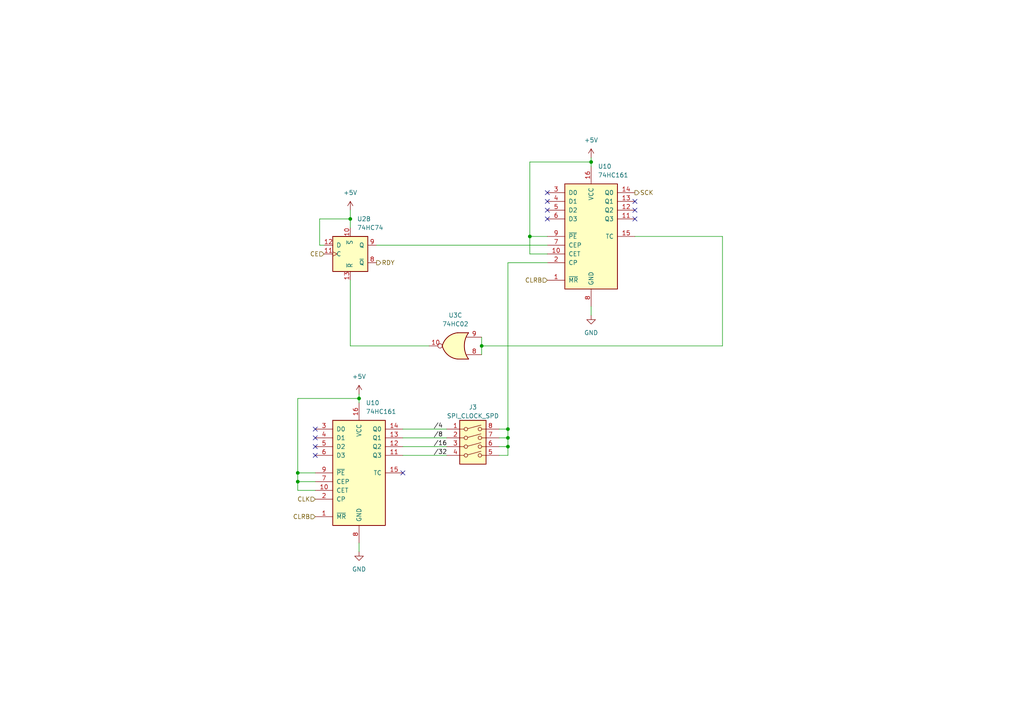
<source format=kicad_sch>
(kicad_sch (version 20230121) (generator eeschema)
  (paper "A4")
  (lib_symbols
    (symbol "+5V_1" (power) (pin_names (offset 0))
      (property "Value" "+5V_1" (at 0 3.556 0))
      (symbol "+5V_1_0_1"
        (polyline (pts (xy -0.762 1.27) (xy 0 2.54)))
        (polyline (pts (xy 0 0) (xy 0 2.54)))
        (polyline (pts (xy 0 2.54) (xy 0.762 1.27)))
      )
      (symbol "+5V_1_1_1"
        (pin power_in line (at 0 0 90) (length 0) hide (name "+5V") (number "1"))
      )
    )
    (symbol "74xx:74HC02" (pin_names (offset 1.016))
      (property "Reference" "U" (at 0 1.27 0))
      (property "Value" "74HC02" (at 0 -1.27 0))
      (symbol "74HC02_1_1"
        (arc (start -3.81 -3.81) (mid -2.589 0) (end -3.81 3.81) (stroke (width 0.254)))
        (arc (start -0.6096 -3.81) (mid 2.1842 -2.5851) (end 3.81 0) (stroke (width 0.254)) (fill (type background)))
        (polyline (pts (xy -3.81 -3.81) (xy -0.635 -3.81)) (stroke (width 0.254)) (fill (type background)))
        (polyline (pts (xy -3.81 3.81) (xy -0.635 3.81)) (stroke (width 0.254)) (fill (type background)))
        (polyline (pts (xy -0.635 3.81) (xy -3.81 3.81) (xy -3.81 3.81) (xy -3.556 3.4036) (xy -3.0226 2.2606) (xy -2.6924 1.0414) (xy -2.6162 -0.254) (xy -2.7686 -1.4986) (xy -3.175 -2.7178) (xy -3.81 -3.81) (xy -3.81 -3.81) (xy -0.635 -3.81)) (stroke (width -25.4)) (fill (type background)))
        (arc (start 3.81 0) (mid 2.1915 2.5936) (end -0.6096 3.81) (stroke (width 0.254)) (fill (type background)))
        (pin output inverted (at 7.62 0 180) (length 3.81) (name "~") (number "1"))
        (pin input line (at -7.62 2.54 0) (length 4.318) (name "~") (number "2"))
        (pin input line (at -7.62 -2.54 0) (length 4.318) (name "~") (number "3"))
      )
      (symbol "74HC02_1_2"
        (arc (start 0 -3.81) (mid 3.7934 0) (end 0 3.81) (stroke (width 0.254)) (fill (type background)))
        (polyline (pts (xy 0 3.81) (xy -3.81 3.81) (xy -3.81 -3.81) (xy 0 -3.81)) (stroke (width 0.254)) (fill (type background)))
        (pin output line (at 7.62 0 180) (length 3.81) (name "~") (number "1"))
        (pin input inverted (at -7.62 2.54 0) (length 3.81) (name "~") (number "2"))
        (pin input inverted (at -7.62 -2.54 0) (length 3.81) (name "~") (number "3"))
      )
      (symbol "74HC02_2_1"
        (arc (start -3.81 -3.81) (mid -2.589 0) (end -3.81 3.81) (stroke (width 0.254)))
        (arc (start -0.6096 -3.81) (mid 2.1842 -2.5851) (end 3.81 0) (stroke (width 0.254)) (fill (type background)))
        (polyline (pts (xy -3.81 -3.81) (xy -0.635 -3.81)) (stroke (width 0.254)) (fill (type background)))
        (polyline (pts (xy -3.81 3.81) (xy -0.635 3.81)) (stroke (width 0.254)) (fill (type background)))
        (polyline (pts (xy -0.635 3.81) (xy -3.81 3.81) (xy -3.81 3.81) (xy -3.556 3.4036) (xy -3.0226 2.2606) (xy -2.6924 1.0414) (xy -2.6162 -0.254) (xy -2.7686 -1.4986) (xy -3.175 -2.7178) (xy -3.81 -3.81) (xy -3.81 -3.81) (xy -0.635 -3.81)) (stroke (width -25.4)) (fill (type background)))
        (arc (start 3.81 0) (mid 2.1915 2.5936) (end -0.6096 3.81) (stroke (width 0.254)) (fill (type background)))
        (pin output inverted (at 7.62 0 180) (length 3.81) (name "~") (number "4"))
        (pin input line (at -7.62 2.54 0) (length 4.318) (name "~") (number "5"))
        (pin input line (at -7.62 -2.54 0) (length 4.318) (name "~") (number "6"))
      )
      (symbol "74HC02_2_2"
        (arc (start 0 -3.81) (mid 3.7934 0) (end 0 3.81) (stroke (width 0.254)) (fill (type background)))
        (polyline (pts (xy 0 3.81) (xy -3.81 3.81) (xy -3.81 -3.81) (xy 0 -3.81)) (stroke (width 0.254)) (fill (type background)))
        (pin output line (at 7.62 0 180) (length 3.81) (name "~") (number "4"))
        (pin input inverted (at -7.62 2.54 0) (length 3.81) (name "~") (number "5"))
        (pin input inverted (at -7.62 -2.54 0) (length 3.81) (name "~") (number "6"))
      )
      (symbol "74HC02_3_1"
        (arc (start -3.81 -3.81) (mid -2.589 0) (end -3.81 3.81) (stroke (width 0.254)))
        (arc (start -0.6096 -3.81) (mid 2.1842 -2.5851) (end 3.81 0) (stroke (width 0.254)) (fill (type background)))
        (polyline (pts (xy -3.81 -3.81) (xy -0.635 -3.81)) (stroke (width 0.254)) (fill (type background)))
        (polyline (pts (xy -3.81 3.81) (xy -0.635 3.81)) (stroke (width 0.254)) (fill (type background)))
        (polyline (pts (xy -0.635 3.81) (xy -3.81 3.81) (xy -3.81 3.81) (xy -3.556 3.4036) (xy -3.0226 2.2606) (xy -2.6924 1.0414) (xy -2.6162 -0.254) (xy -2.7686 -1.4986) (xy -3.175 -2.7178) (xy -3.81 -3.81) (xy -3.81 -3.81) (xy -0.635 -3.81)) (stroke (width -25.4)) (fill (type background)))
        (arc (start 3.81 0) (mid 2.1915 2.5936) (end -0.6096 3.81) (stroke (width 0.254)) (fill (type background)))
        (pin output inverted (at 7.62 0 180) (length 3.81) (name "~") (number "10"))
        (pin input line (at -7.62 2.54 0) (length 4.318) (name "~") (number "8"))
        (pin input line (at -7.62 -2.54 0) (length 4.318) (name "~") (number "9"))
      )
      (symbol "74HC02_3_2"
        (arc (start 0 -3.81) (mid 3.7934 0) (end 0 3.81) (stroke (width 0.254)) (fill (type background)))
        (polyline (pts (xy 0 3.81) (xy -3.81 3.81) (xy -3.81 -3.81) (xy 0 -3.81)) (stroke (width 0.254)) (fill (type background)))
        (pin output line (at 7.62 0 180) (length 3.81) (name "~") (number "10"))
        (pin input inverted (at -7.62 2.54 0) (length 3.81) (name "~") (number "8"))
        (pin input inverted (at -7.62 -2.54 0) (length 3.81) (name "~") (number "9"))
      )
      (symbol "74HC02_4_1"
        (arc (start -3.81 -3.81) (mid -2.589 0) (end -3.81 3.81) (stroke (width 0.254)))
        (arc (start -0.6096 -3.81) (mid 2.1842 -2.5851) (end 3.81 0) (stroke (width 0.254)) (fill (type background)))
        (polyline (pts (xy -3.81 -3.81) (xy -0.635 -3.81)) (stroke (width 0.254)) (fill (type background)))
        (polyline (pts (xy -3.81 3.81) (xy -0.635 3.81)) (stroke (width 0.254)) (fill (type background)))
        (polyline (pts (xy -0.635 3.81) (xy -3.81 3.81) (xy -3.81 3.81) (xy -3.556 3.4036) (xy -3.0226 2.2606) (xy -2.6924 1.0414) (xy -2.6162 -0.254) (xy -2.7686 -1.4986) (xy -3.175 -2.7178) (xy -3.81 -3.81) (xy -3.81 -3.81) (xy -0.635 -3.81)) (stroke (width -25.4)) (fill (type background)))
        (arc (start 3.81 0) (mid 2.1915 2.5936) (end -0.6096 3.81) (stroke (width 0.254)) (fill (type background)))
        (pin input line (at -7.62 2.54 0) (length 4.318) (name "~") (number "11"))
        (pin input line (at -7.62 -2.54 0) (length 4.318) (name "~") (number "12"))
        (pin output inverted (at 7.62 0 180) (length 3.81) (name "~") (number "13"))
      )
      (symbol "74HC02_4_2"
        (arc (start 0 -3.81) (mid 3.7934 0) (end 0 3.81) (stroke (width 0.254)) (fill (type background)))
        (polyline (pts (xy 0 3.81) (xy -3.81 3.81) (xy -3.81 -3.81) (xy 0 -3.81)) (stroke (width 0.254)) (fill (type background)))
        (pin input inverted (at -7.62 2.54 0) (length 3.81) (name "~") (number "11"))
        (pin input inverted (at -7.62 -2.54 0) (length 3.81) (name "~") (number "12"))
        (pin output line (at 7.62 0 180) (length 3.81) (name "~") (number "13"))
      )
      (symbol "74HC02_5_0"
        (pin power_in line (at 0 12.7 270) (length 5.08) (name "VCC") (number "14"))
        (pin power_in line (at 0 -12.7 90) (length 5.08) (name "GND") (number "7"))
      )
      (symbol "74HC02_5_1"
        (rectangle (start -5.08 7.62) (end 5.08 -7.62) (stroke (width 0.254)) (fill (type background)))
      )
    )
    (symbol "74xx:74HC74" (pin_names (offset 1.016))
      (property "Reference" "U" (at -7.62 8.89 0))
      (property "Value" "74HC74" (at -7.62 -8.89 0))
      (symbol "74HC74_1_0"
        (pin input line (at 0 -7.62 90) (length 2.54) (name "~{R}") (number "1"))
        (pin input line (at -7.62 2.54 0) (length 2.54) (name "D") (number "2"))
        (pin input clock (at -7.62 0 0) (length 2.54) (name "C") (number "3"))
        (pin input line (at 0 7.62 270) (length 2.54) (name "~{S}") (number "4"))
        (pin output line (at 7.62 2.54 180) (length 2.54) (name "Q") (number "5"))
        (pin output line (at 7.62 -2.54 180) (length 2.54) (name "~{Q}") (number "6"))
      )
      (symbol "74HC74_1_1"
        (rectangle (start -5.08 5.08) (end 5.08 -5.08) (stroke (width 0.254)) (fill (type background)))
      )
      (symbol "74HC74_2_0"
        (pin input line (at 0 7.62 270) (length 2.54) (name "~{S}") (number "10"))
        (pin input clock (at -7.62 0 0) (length 2.54) (name "C") (number "11"))
        (pin input line (at -7.62 2.54 0) (length 2.54) (name "D") (number "12"))
        (pin input line (at 0 -7.62 90) (length 2.54) (name "~{R}") (number "13"))
        (pin output line (at 7.62 -2.54 180) (length 2.54) (name "~{Q}") (number "8"))
        (pin output line (at 7.62 2.54 180) (length 2.54) (name "Q") (number "9"))
      )
      (symbol "74HC74_2_1"
        (rectangle (start -5.08 5.08) (end 5.08 -5.08) (stroke (width 0.254)) (fill (type background)))
      )
      (symbol "74HC74_3_0"
        (pin power_in line (at 0 10.16 270) (length 2.54) (name "VCC") (number "14"))
        (pin power_in line (at 0 -10.16 90) (length 2.54) (name "GND") (number "7"))
      )
      (symbol "74HC74_3_1"
        (rectangle (start -5.08 7.62) (end 5.08 -7.62) (stroke (width 0.254)) (fill (type background)))
      )
    )
    (symbol "74xx:74LS161" (pin_names (offset 1.016))
      (property "Reference" "U" (at -7.62 16.51 0))
      (property "Value" "74LS161" (at -7.62 -16.51 0))
      (symbol "74LS161_1_0"
        (pin input line (at -12.7 -12.7 0) (length 5.08) (name "~{MR}") (number "1"))
        (pin input line (at -12.7 -5.08 0) (length 5.08) (name "CET") (number "10"))
        (pin output line (at 12.7 5.08 180) (length 5.08) (name "Q3") (number "11"))
        (pin output line (at 12.7 7.62 180) (length 5.08) (name "Q2") (number "12"))
        (pin output line (at 12.7 10.16 180) (length 5.08) (name "Q1") (number "13"))
        (pin output line (at 12.7 12.7 180) (length 5.08) (name "Q0") (number "14"))
        (pin output line (at 12.7 0 180) (length 5.08) (name "TC") (number "15"))
        (pin power_in line (at 0 20.32 270) (length 5.08) (name "VCC") (number "16"))
        (pin input line (at -12.7 -7.62 0) (length 5.08) (name "CP") (number "2"))
        (pin input line (at -12.7 12.7 0) (length 5.08) (name "D0") (number "3"))
        (pin input line (at -12.7 10.16 0) (length 5.08) (name "D1") (number "4"))
        (pin input line (at -12.7 7.62 0) (length 5.08) (name "D2") (number "5"))
        (pin input line (at -12.7 5.08 0) (length 5.08) (name "D3") (number "6"))
        (pin input line (at -12.7 -2.54 0) (length 5.08) (name "CEP") (number "7"))
        (pin power_in line (at 0 -20.32 90) (length 5.08) (name "GND") (number "8"))
        (pin input line (at -12.7 0 0) (length 5.08) (name "~{PE}") (number "9"))
      )
      (symbol "74LS161_1_1"
        (rectangle (start -7.62 15.24) (end 7.62 -15.24) (stroke (width 0.254)) (fill (type background)))
      )
    )
    (symbol "GND_1" (power) (pin_names (offset 0))
      (property "Value" "GND_1" (at 0 -3.81 0))
      (symbol "GND_1_0_1"
        (polyline (pts (xy 0 0) (xy 0 -1.27) (xy 1.27 -1.27) (xy 0 -2.54) (xy -1.27 -1.27) (xy 0 -1.27)))
      )
      (symbol "GND_1_1_1"
        (pin power_in line (at 0 0 270) (length 0) hide (name "GND") (number "1"))
      )
    )
    (symbol "Switch:SW_DIP_x04" (pin_names (offset 0) hide)
      (property "Reference" "SW" (at 0 8.89 0))
      (property "Value" "SW_DIP_x04" (at 0 -6.35 0))
      (symbol "SW_DIP_x04_0_0"
        (circle (center -2.032 -2.54) (radius 0.508))
        (circle (center -2.032 0) (radius 0.508))
        (circle (center -2.032 2.54) (radius 0.508))
        (circle (center -2.032 5.08) (radius 0.508))
        (polyline (pts (xy -1.524 -2.3876) (xy 2.3622 -1.3462)))
        (polyline (pts (xy -1.524 0.127) (xy 2.3622 1.1684)))
        (polyline (pts (xy -1.524 2.667) (xy 2.3622 3.7084)))
        (polyline (pts (xy -1.524 5.207) (xy 2.3622 6.2484)))
        (circle (center 2.032 -2.54) (radius 0.508))
        (circle (center 2.032 0) (radius 0.508))
        (circle (center 2.032 2.54) (radius 0.508))
        (circle (center 2.032 5.08) (radius 0.508))
      )
      (symbol "SW_DIP_x04_0_1"
        (rectangle (start -3.81 7.62) (end 3.81 -5.08) (stroke (width 0.254)) (fill (type background)))
      )
      (symbol "SW_DIP_x04_1_1"
        (pin passive line (at -7.62 5.08 0) (length 5.08) (name "~") (number "1"))
        (pin passive line (at -7.62 2.54 0) (length 5.08) (name "~") (number "2"))
        (pin passive line (at -7.62 0 0) (length 5.08) (name "~") (number "3"))
        (pin passive line (at -7.62 -2.54 0) (length 5.08) (name "~") (number "4"))
        (pin passive line (at 7.62 -2.54 180) (length 5.08) (name "~") (number "5"))
        (pin passive line (at 7.62 0 180) (length 5.08) (name "~") (number "6"))
        (pin passive line (at 7.62 2.54 180) (length 5.08) (name "~") (number "7"))
        (pin passive line (at 7.62 5.08 180) (length 5.08) (name "~") (number "8"))
      )
    )
  )
  (junction (at 147.32 127))
  (junction (at 139.7 100.33))
  (junction (at 86.36 137.16))
  (junction (at 104.14 115.57))
  (junction (at 101.6 63.5))
  (junction (at 86.36 139.7))
  (junction (at 153.67 68.58))
  (junction (at 147.32 124.46))
  (junction (at 171.45 46.99))
  (junction (at 147.32 129.54))
  (no_connect (at 158.75 55.88))
  (no_connect (at 158.75 58.42))
  (no_connect (at 184.15 63.5))
  (no_connect (at 116.84 137.16))
  (no_connect (at 184.15 60.96))
  (no_connect (at 91.44 129.54))
  (no_connect (at 91.44 124.46))
  (no_connect (at 91.44 127))
  (no_connect (at 184.15 58.42))
  (no_connect (at 158.75 60.96))
  (no_connect (at 91.44 132.08))
  (no_connect (at 158.75 63.5))
  (wire (pts (xy 144.78 129.54) (xy 147.32 129.54)))
  (wire (pts (xy 86.36 115.57) (xy 104.14 115.57)))
  (wire (pts (xy 139.7 100.33) (xy 139.7 102.87)))
  (wire (pts (xy 158.75 68.58) (xy 153.67 68.58)))
  (wire (pts (xy 144.78 132.08) (xy 147.32 132.08)))
  (wire (pts (xy 158.75 73.66) (xy 153.67 73.66)))
  (wire (pts (xy 116.84 127) (xy 129.54 127)))
  (wire (pts (xy 139.7 97.79) (xy 139.7 100.33)))
  (wire (pts (xy 92.71 63.5) (xy 101.6 63.5)))
  (wire (pts (xy 86.36 142.24) (xy 86.36 139.7)))
  (wire (pts (xy 86.36 139.7) (xy 86.36 137.16)))
  (wire (pts (xy 116.84 124.46) (xy 129.54 124.46)))
  (wire (pts (xy 147.32 127) (xy 147.32 129.54)))
  (wire (pts (xy 147.32 76.2) (xy 147.32 124.46)))
  (wire (pts (xy 171.45 88.9) (xy 171.45 91.44)))
  (wire (pts (xy 101.6 60.96) (xy 101.6 63.5)))
  (wire (pts (xy 86.36 137.16) (xy 86.36 115.57)))
  (wire (pts (xy 116.84 132.08) (xy 129.54 132.08)))
  (wire (pts (xy 139.7 100.33) (xy 209.55 100.33)))
  (wire (pts (xy 147.32 76.2) (xy 158.75 76.2)))
  (wire (pts (xy 171.45 45.72) (xy 171.45 46.99)))
  (wire (pts (xy 92.71 71.12) (xy 92.71 63.5)))
  (wire (pts (xy 153.67 46.99) (xy 171.45 46.99)))
  (wire (pts (xy 144.78 127) (xy 147.32 127)))
  (wire (pts (xy 147.32 132.08) (xy 147.32 129.54)))
  (wire (pts (xy 104.14 157.48) (xy 104.14 160.02)))
  (wire (pts (xy 104.14 115.57) (xy 104.14 116.84)))
  (wire (pts (xy 171.45 46.99) (xy 171.45 48.26)))
  (wire (pts (xy 91.44 142.24) (xy 86.36 142.24)))
  (wire (pts (xy 109.22 71.12) (xy 158.75 71.12)))
  (wire (pts (xy 184.15 68.58) (xy 209.55 68.58)))
  (wire (pts (xy 209.55 68.58) (xy 209.55 100.33)))
  (wire (pts (xy 153.67 73.66) (xy 153.67 68.58)))
  (wire (pts (xy 101.6 100.33) (xy 124.46 100.33)))
  (wire (pts (xy 147.32 124.46) (xy 147.32 127)))
  (wire (pts (xy 104.14 114.3) (xy 104.14 115.57)))
  (wire (pts (xy 86.36 139.7) (xy 91.44 139.7)))
  (wire (pts (xy 101.6 81.28) (xy 101.6 100.33)))
  (wire (pts (xy 144.78 124.46) (xy 147.32 124.46)))
  (wire (pts (xy 91.44 137.16) (xy 86.36 137.16)))
  (wire (pts (xy 93.98 71.12) (xy 92.71 71.12)))
  (wire (pts (xy 153.67 68.58) (xy 153.67 46.99)))
  (wire (pts (xy 101.6 63.5) (xy 101.6 66.04)))
  (wire (pts (xy 116.84 129.54) (xy 129.54 129.54)))
  (label "{slash}16" (at 125.73 129.54 0))
  (label "{slash}4" (at 125.73 124.46 0))
  (label "{slash}8" (at 125.73 127 0))
  (label "{slash}32" (at 125.73 132.08 0))
  (hierarchical_label "SCK" (shape output) (at 184.15 55.88 0))
  (hierarchical_label "RDY" (shape output) (at 109.22 76.2 0))
  (hierarchical_label "CLRB" (shape input) (at 91.44 149.86 180))
  (hierarchical_label "CLRB" (shape input) (at 158.75 81.28 180))
  (hierarchical_label "CLK" (shape input) (at 91.44 144.78 180))
  (hierarchical_label "CE" (shape input) (at 93.98 73.66 180))
  (symbol (lib_id "Switch:SW_DIP_x04") (at 137.16 129.54 0) (unit 1)
    (property "Reference" "J3" (at 137.16 118.11 0))
    (property "Value" "SPI_CLOCK_SPD" (at 137.16 120.65 0))
    (property "Footprint" "Button_Switch_THT:SW_DIP_SPSTx04_Slide_6.7x11.72mm_W7.62mm_P2.54mm_LowProfile" (effects hide))
    (instances (project "SerialPeripheralInterfaceBoard" (path "" (reference "J3") (unit 1))) (project "DaughterDevBoard" (path "" (reference "J11") (unit 1))) (project "MotherBoard" (path "" (reference "SW1") (unit 1))))
  )
  (symbol (lib_name "GND_1") (lib_id "power:GND") (at 104.14 160.02 0) (unit 1)
    (property "Reference" "#PWR018" (effects hide))
    (property "Value" "GND" (at 104.14 165.1 0))
    (instances (project "SerialPeripheralInterfaceBoard" (path "" (reference "#PWR018") (unit 1)) (path "" (reference "#PWR027") (unit 1))))
  )
  (symbol (lib_name "+5V_1") (lib_id "power:+5V") (at 101.6 60.96 0) (unit 1)
    (property "Reference" "#PWR016" (effects hide))
    (property "Value" "+5V" (at 101.6 55.88 0))
  )
  (symbol (lib_name "+5V_1") (lib_id "power:+5V") (at 104.14 114.3 0) (unit 1)
    (property "Reference" "#PWR017" (effects hide))
    (property "Value" "+5V" (at 104.14 109.22 0))
    (instances (project "SerialPeripheralInterfaceBoard" (path "" (reference "#PWR017") (unit 1)) (path "" (reference "#PWR026") (unit 1))))
  )
  (symbol (lib_name "+5V_1") (lib_id "power:+5V") (at 171.45 45.72 0) (unit 1)
    (property "Reference" "#PWR017" (effects hide))
    (property "Value" "+5V" (at 171.45 40.64 0))
  )
  (symbol (lib_name "GND_1") (lib_id "power:GND") (at 171.45 91.44 0) (unit 1)
    (property "Reference" "#PWR018" (effects hide))
    (property "Value" "GND" (at 171.45 96.52 0))
  )
  (symbol (lib_id "74xx:74LS161") (at 171.45 68.58 0) (unit 1)
    (property "Reference" "U10" (at 173.4059 48.26 0) (effects (justify left)))
    (property "Value" "74HC161" (at 173.4059 50.8 0) (effects (justify left)))
    (property "Datasheet" "http://www.ti.com/lit/gpn/sn74LS161" (effects hide))
  )
  (symbol (lib_id "74xx:74HC74") (at 101.6 73.66 0) (unit 2)
    (property "Reference" "U2" (at 103.5559 63.5 0) (effects (justify left)))
    (property "Value" "74HC74" (at 103.5559 66.04 0) (effects (justify left)))
    (property "Datasheet" "74xx/74hc_hct74.pdf" (effects hide))
  )
  (symbol (lib_id "74xx:74HC02") (at 132.08 100.33 180) (unit 3)
    (property "Reference" "U3" (at 132.08 91.44 0))
    (property "Value" "74HC02" (at 132.08 93.98 0))
    (property "Datasheet" "http://www.ti.com/lit/gpn/sn74hc02" (effects hide))
    (instances (project "SerialPeripheralInterfaceBoard" (path "" (reference "U3") (unit 3)) (path "" (reference "U1") (unit 3))))
  )
  (symbol (lib_id "74xx:74LS161") (at 104.14 137.16 0) (unit 1)
    (property "Reference" "U10" (at 106.0959 116.84 0) (effects (justify left)))
    (property "Value" "74HC161" (at 106.0959 119.38 0) (effects (justify left)))
    (property "Datasheet" "http://www.ti.com/lit/gpn/sn74LS161" (effects hide))
    (instances (project "SerialPeripheralInterfaceBoard" (path "" (reference "U10") (unit 1)) (path "" (reference "U5") (unit 1))))
  )
)
</source>
